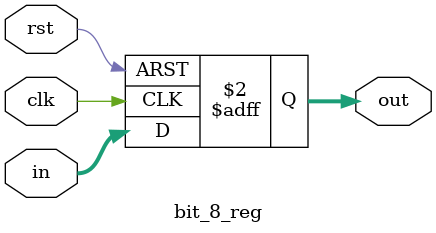
<source format=v>
    module bit_8_reg (in , clk , rst , out);
input [7:0]in;
input clk;
input rst;
output reg [7:0]out;
always@(posedge rst or posedge clk)
begin
    if(rst)
        out <= 8'b 0000_0000;
    else
        out <= in;
end
endmodule
    

</source>
